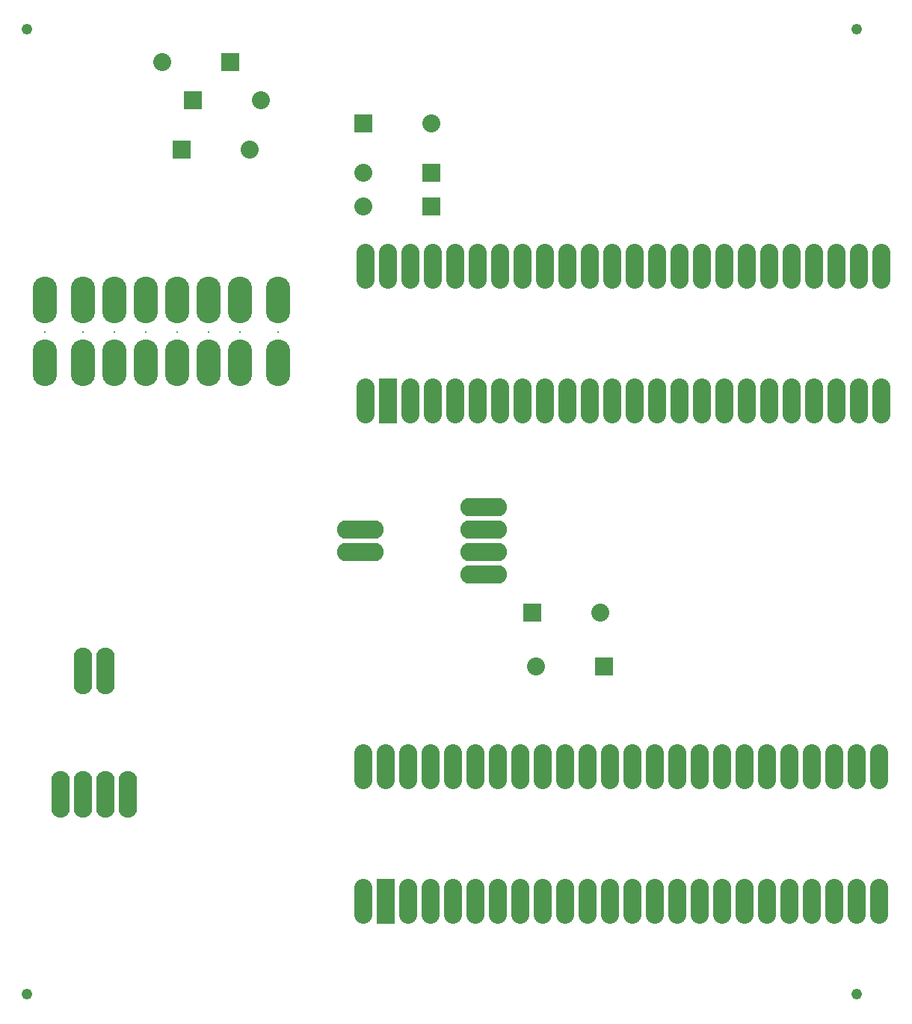
<source format=gbr>
%TF.GenerationSoftware,Altium Limited,Altium Designer,24.4.1 (13)*%
G04 Layer_Color=16711935*
%FSLAX45Y45*%
%MOMM*%
%TF.SameCoordinates,8A7C2A8E-E69E-4B29-94BC-9739BFB7EBFE*%
%TF.FilePolarity,Negative*%
%TF.FileFunction,Soldermask,Bot*%
%TF.Part,Single*%
G01*
G75*
%TA.AperFunction,ComponentPad*%
%ADD13R,2.03200X2.03200*%
%ADD14C,2.03200*%
%ADD15R,2.03200X5.08000*%
%ADD16O,2.03200X5.08000*%
%ADD22C,0.20320*%
%TA.AperFunction,ViaPad*%
%ADD23C,1.21920*%
%TA.AperFunction,ComponentPad*%
%ADD24O,2.10820X5.28320*%
%ADD25O,2.74320X5.28320*%
%ADD26O,5.28320X2.10820*%
D13*
X10919501Y11379200D02*
D03*
X11686499Y10820400D02*
D03*
X11688999Y10439400D02*
D03*
X8989101Y11645900D02*
D03*
X12837201Y5842000D02*
D03*
X13642299Y5232400D02*
D03*
X8862101Y11087100D02*
D03*
X9413199Y12077700D02*
D03*
D14*
X11686499Y11379200D02*
D03*
X10919500Y10820400D02*
D03*
X10922000Y10439400D02*
D03*
X9756100Y11645900D02*
D03*
X13604199Y5842000D02*
D03*
X12875301Y5232400D02*
D03*
X9629100Y11087100D02*
D03*
X8646201Y12077700D02*
D03*
D15*
X11201400Y8242300D02*
D03*
X11176000Y2578100D02*
D03*
D16*
X11455400Y8242300D02*
D03*
X11709400D02*
D03*
X11963400D02*
D03*
X12217400D02*
D03*
X12471400D02*
D03*
X12725400D02*
D03*
X12979401D02*
D03*
X13233400D02*
D03*
X13487399D02*
D03*
X13741400D02*
D03*
X13995399D02*
D03*
X14249400D02*
D03*
X14503400D02*
D03*
X16789400Y9766300D02*
D03*
X16535400D02*
D03*
X16281400D02*
D03*
X16027400D02*
D03*
X15773399D02*
D03*
X15519400D02*
D03*
X15265401D02*
D03*
X15011400D02*
D03*
X14757401D02*
D03*
X10947400D02*
D03*
X11201400D02*
D03*
X11455400D02*
D03*
X14503400D02*
D03*
X14249400D02*
D03*
X13995399D02*
D03*
X13741400D02*
D03*
X13487399D02*
D03*
X13233400D02*
D03*
X12979401D02*
D03*
X12725400D02*
D03*
X12471400D02*
D03*
X12217400D02*
D03*
X11963400D02*
D03*
X11709400D02*
D03*
X10947400Y8242300D02*
D03*
X14757401D02*
D03*
X15011400D02*
D03*
X15265401D02*
D03*
X15519400D02*
D03*
X15773399D02*
D03*
X16027400D02*
D03*
X16281400D02*
D03*
X16535400D02*
D03*
X16789400D02*
D03*
X11430000Y2578100D02*
D03*
X11684000D02*
D03*
X11938000D02*
D03*
X12192000D02*
D03*
X12446000D02*
D03*
X12700000D02*
D03*
X12953999D02*
D03*
X13208000D02*
D03*
X13462000D02*
D03*
X13716000D02*
D03*
X13970000D02*
D03*
X14224001D02*
D03*
X14478000D02*
D03*
X16764000Y4102100D02*
D03*
X16510001D02*
D03*
X16256000D02*
D03*
X16002000D02*
D03*
X15748000D02*
D03*
X15494000D02*
D03*
X15239999D02*
D03*
X14986000D02*
D03*
X14732001D02*
D03*
X10922000D02*
D03*
X11176000D02*
D03*
X11430000D02*
D03*
X14478000D02*
D03*
X14224001D02*
D03*
X13970000D02*
D03*
X13716000D02*
D03*
X16764000Y2578100D02*
D03*
X16510001D02*
D03*
X16256000D02*
D03*
X16002000D02*
D03*
X10922000D02*
D03*
X15239999D02*
D03*
X12192000Y4102100D02*
D03*
X14732001Y2578100D02*
D03*
X12700000Y4102100D02*
D03*
X11938000D02*
D03*
X15494000Y2578100D02*
D03*
X13462000Y4102100D02*
D03*
X12446000D02*
D03*
X14986000Y2578100D02*
D03*
X13208000Y4102100D02*
D03*
X12953999D02*
D03*
X11684000D02*
D03*
X15748000Y2578100D02*
D03*
D22*
X9956800Y9017000D02*
D03*
X9525000D02*
D03*
X9169400D02*
D03*
X8813800D02*
D03*
X8458200D02*
D03*
X8102600D02*
D03*
X7747000D02*
D03*
X7315200D02*
D03*
D23*
X7112000Y1524000D02*
D03*
X16510001D02*
D03*
X7112000Y12446000D02*
D03*
X16510001D02*
D03*
D24*
X8255000Y3784600D02*
D03*
X8001000D02*
D03*
X7747000D02*
D03*
X7493000D02*
D03*
X7747000Y5181600D02*
D03*
X8001000D02*
D03*
D25*
X8458200Y8674100D02*
D03*
X8102600D02*
D03*
X7747000D02*
D03*
X7315200D02*
D03*
Y9385300D02*
D03*
X7747000D02*
D03*
X8102600D02*
D03*
X8458200D02*
D03*
X9956800Y8674100D02*
D03*
X9525000D02*
D03*
X8813800Y9385300D02*
D03*
X9169400D02*
D03*
X9525000D02*
D03*
X9956800D02*
D03*
X8813800Y8674100D02*
D03*
X9169400D02*
D03*
D26*
X10883900Y6781800D02*
D03*
Y6527800D02*
D03*
X12280900Y6273800D02*
D03*
Y6527800D02*
D03*
Y6781800D02*
D03*
Y7035800D02*
D03*
%TF.MD5,7420878a62f73fd5208014fcdcd36bda*%
M02*

</source>
